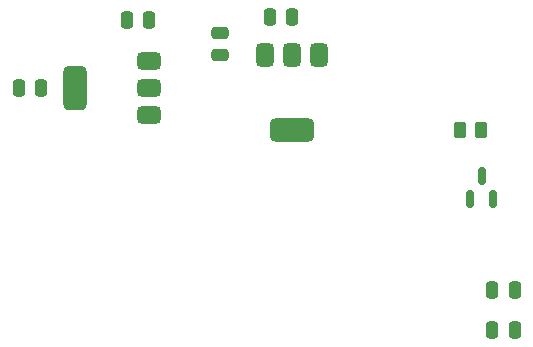
<source format=gbr>
%TF.GenerationSoftware,KiCad,Pcbnew,9.0.4*%
%TF.CreationDate,2025-10-04T23:37:01+05:30*%
%TF.ProjectId,FireSide,46697265-5369-4646-952e-6b696361645f,rev?*%
%TF.SameCoordinates,Original*%
%TF.FileFunction,Paste,Top*%
%TF.FilePolarity,Positive*%
%FSLAX46Y46*%
G04 Gerber Fmt 4.6, Leading zero omitted, Abs format (unit mm)*
G04 Created by KiCad (PCBNEW 9.0.4) date 2025-10-04 23:37:01*
%MOMM*%
%LPD*%
G01*
G04 APERTURE LIST*
G04 Aperture macros list*
%AMRoundRect*
0 Rectangle with rounded corners*
0 $1 Rounding radius*
0 $2 $3 $4 $5 $6 $7 $8 $9 X,Y pos of 4 corners*
0 Add a 4 corners polygon primitive as box body*
4,1,4,$2,$3,$4,$5,$6,$7,$8,$9,$2,$3,0*
0 Add four circle primitives for the rounded corners*
1,1,$1+$1,$2,$3*
1,1,$1+$1,$4,$5*
1,1,$1+$1,$6,$7*
1,1,$1+$1,$8,$9*
0 Add four rect primitives between the rounded corners*
20,1,$1+$1,$2,$3,$4,$5,0*
20,1,$1+$1,$4,$5,$6,$7,0*
20,1,$1+$1,$6,$7,$8,$9,0*
20,1,$1+$1,$8,$9,$2,$3,0*%
G04 Aperture macros list end*
%ADD10RoundRect,0.250000X0.250000X0.475000X-0.250000X0.475000X-0.250000X-0.475000X0.250000X-0.475000X0*%
%ADD11RoundRect,0.250000X0.475000X-0.250000X0.475000X0.250000X-0.475000X0.250000X-0.475000X-0.250000X0*%
%ADD12RoundRect,0.375000X-0.375000X0.625000X-0.375000X-0.625000X0.375000X-0.625000X0.375000X0.625000X0*%
%ADD13RoundRect,0.500000X-1.400000X0.500000X-1.400000X-0.500000X1.400000X-0.500000X1.400000X0.500000X0*%
%ADD14RoundRect,0.375000X0.625000X0.375000X-0.625000X0.375000X-0.625000X-0.375000X0.625000X-0.375000X0*%
%ADD15RoundRect,0.500000X0.500000X1.400000X-0.500000X1.400000X-0.500000X-1.400000X0.500000X-1.400000X0*%
%ADD16RoundRect,0.250000X-0.250000X-0.475000X0.250000X-0.475000X0.250000X0.475000X-0.250000X0.475000X0*%
%ADD17RoundRect,0.250000X0.262500X0.450000X-0.262500X0.450000X-0.262500X-0.450000X0.262500X-0.450000X0*%
%ADD18RoundRect,0.150000X0.150000X-0.587500X0.150000X0.587500X-0.150000X0.587500X-0.150000X-0.587500X0*%
G04 APERTURE END LIST*
D10*
%TO.C,C2*%
X100950000Y-44750000D03*
X99050000Y-44750000D03*
%TD*%
D11*
%TO.C,C3*%
X106950000Y-47700000D03*
X106950000Y-45800000D03*
%TD*%
D12*
%TO.C,U4*%
X115350000Y-47700000D03*
X113050000Y-47700000D03*
D13*
X113050000Y-54000000D03*
D12*
X110750000Y-47700000D03*
%TD*%
D14*
%TO.C,U1*%
X100941768Y-52760400D03*
X100941768Y-50460400D03*
D15*
X94641768Y-50460400D03*
D14*
X100941768Y-48160400D03*
%TD*%
D16*
%TO.C,C6*%
X129989181Y-70987836D03*
X131889181Y-70987836D03*
%TD*%
D17*
%TO.C,R4*%
X129075000Y-54000000D03*
X127250000Y-54000000D03*
%TD*%
D10*
%TO.C,C4*%
X91791212Y-50463737D03*
X89891212Y-50463737D03*
%TD*%
%TO.C,C1*%
X113046508Y-44460665D03*
X111146508Y-44460665D03*
%TD*%
D16*
%TO.C,C5*%
X129993152Y-67558421D03*
X131893152Y-67558421D03*
%TD*%
D18*
%TO.C,Q1*%
X128134612Y-59850250D03*
X130034612Y-59850250D03*
X129084612Y-57975250D03*
%TD*%
M02*

</source>
